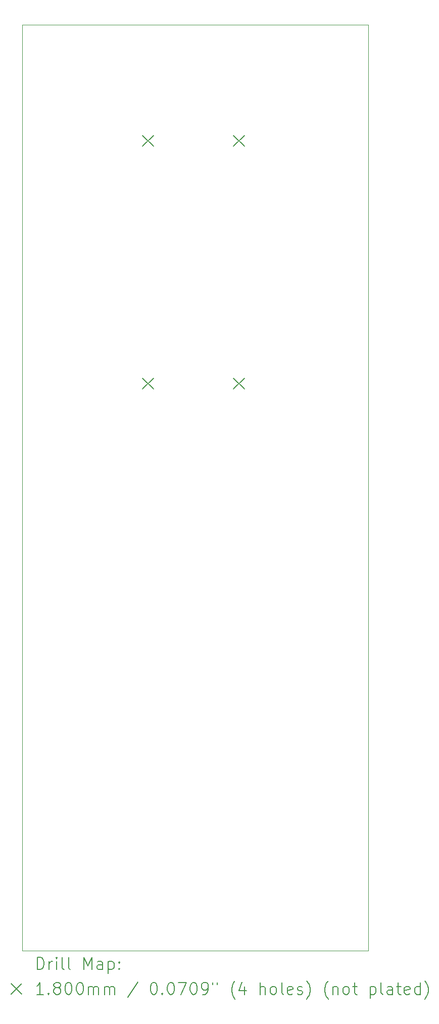
<source format=gbr>
%TF.GenerationSoftware,KiCad,Pcbnew,7.0.10-7.0.10~ubuntu22.04.1*%
%TF.CreationDate,2024-02-26T11:43:45-05:00*%
%TF.ProjectId,CapController,43617043-6f6e-4747-926f-6c6c65722e6b,rev?*%
%TF.SameCoordinates,Original*%
%TF.FileFunction,Drillmap*%
%TF.FilePolarity,Positive*%
%FSLAX45Y45*%
G04 Gerber Fmt 4.5, Leading zero omitted, Abs format (unit mm)*
G04 Created by KiCad (PCBNEW 7.0.10-7.0.10~ubuntu22.04.1) date 2024-02-26 11:43:45*
%MOMM*%
%LPD*%
G01*
G04 APERTURE LIST*
%ADD10C,0.100000*%
%ADD11C,0.200000*%
%ADD12C,0.180000*%
G04 APERTURE END LIST*
D10*
X9724045Y-1825320D02*
X15524045Y-1825320D01*
X15524045Y-17325320D01*
X9724045Y-17325320D01*
X9724045Y-1825320D01*
D11*
D12*
X11746045Y-3676320D02*
X11926045Y-3856320D01*
X11926045Y-3676320D02*
X11746045Y-3856320D01*
X11746045Y-7740320D02*
X11926045Y-7920320D01*
X11926045Y-7740320D02*
X11746045Y-7920320D01*
X13270045Y-3676320D02*
X13450045Y-3856320D01*
X13450045Y-3676320D02*
X13270045Y-3856320D01*
X13270045Y-7740320D02*
X13450045Y-7920320D01*
X13450045Y-7740320D02*
X13270045Y-7920320D01*
D11*
X9979822Y-17641804D02*
X9979822Y-17441804D01*
X9979822Y-17441804D02*
X10027441Y-17441804D01*
X10027441Y-17441804D02*
X10056012Y-17451327D01*
X10056012Y-17451327D02*
X10075060Y-17470375D01*
X10075060Y-17470375D02*
X10084584Y-17489423D01*
X10084584Y-17489423D02*
X10094107Y-17527518D01*
X10094107Y-17527518D02*
X10094107Y-17556089D01*
X10094107Y-17556089D02*
X10084584Y-17594185D01*
X10084584Y-17594185D02*
X10075060Y-17613232D01*
X10075060Y-17613232D02*
X10056012Y-17632280D01*
X10056012Y-17632280D02*
X10027441Y-17641804D01*
X10027441Y-17641804D02*
X9979822Y-17641804D01*
X10179822Y-17641804D02*
X10179822Y-17508470D01*
X10179822Y-17546566D02*
X10189346Y-17527518D01*
X10189346Y-17527518D02*
X10198869Y-17517994D01*
X10198869Y-17517994D02*
X10217917Y-17508470D01*
X10217917Y-17508470D02*
X10236965Y-17508470D01*
X10303631Y-17641804D02*
X10303631Y-17508470D01*
X10303631Y-17441804D02*
X10294107Y-17451327D01*
X10294107Y-17451327D02*
X10303631Y-17460851D01*
X10303631Y-17460851D02*
X10313155Y-17451327D01*
X10313155Y-17451327D02*
X10303631Y-17441804D01*
X10303631Y-17441804D02*
X10303631Y-17460851D01*
X10427441Y-17641804D02*
X10408393Y-17632280D01*
X10408393Y-17632280D02*
X10398869Y-17613232D01*
X10398869Y-17613232D02*
X10398869Y-17441804D01*
X10532203Y-17641804D02*
X10513155Y-17632280D01*
X10513155Y-17632280D02*
X10503631Y-17613232D01*
X10503631Y-17613232D02*
X10503631Y-17441804D01*
X10760774Y-17641804D02*
X10760774Y-17441804D01*
X10760774Y-17441804D02*
X10827441Y-17584661D01*
X10827441Y-17584661D02*
X10894107Y-17441804D01*
X10894107Y-17441804D02*
X10894107Y-17641804D01*
X11075060Y-17641804D02*
X11075060Y-17537042D01*
X11075060Y-17537042D02*
X11065536Y-17517994D01*
X11065536Y-17517994D02*
X11046488Y-17508470D01*
X11046488Y-17508470D02*
X11008393Y-17508470D01*
X11008393Y-17508470D02*
X10989346Y-17517994D01*
X11075060Y-17632280D02*
X11056012Y-17641804D01*
X11056012Y-17641804D02*
X11008393Y-17641804D01*
X11008393Y-17641804D02*
X10989346Y-17632280D01*
X10989346Y-17632280D02*
X10979822Y-17613232D01*
X10979822Y-17613232D02*
X10979822Y-17594185D01*
X10979822Y-17594185D02*
X10989346Y-17575137D01*
X10989346Y-17575137D02*
X11008393Y-17565613D01*
X11008393Y-17565613D02*
X11056012Y-17565613D01*
X11056012Y-17565613D02*
X11075060Y-17556089D01*
X11170298Y-17508470D02*
X11170298Y-17708470D01*
X11170298Y-17517994D02*
X11189345Y-17508470D01*
X11189345Y-17508470D02*
X11227441Y-17508470D01*
X11227441Y-17508470D02*
X11246488Y-17517994D01*
X11246488Y-17517994D02*
X11256012Y-17527518D01*
X11256012Y-17527518D02*
X11265536Y-17546566D01*
X11265536Y-17546566D02*
X11265536Y-17603708D01*
X11265536Y-17603708D02*
X11256012Y-17622756D01*
X11256012Y-17622756D02*
X11246488Y-17632280D01*
X11246488Y-17632280D02*
X11227441Y-17641804D01*
X11227441Y-17641804D02*
X11189345Y-17641804D01*
X11189345Y-17641804D02*
X11170298Y-17632280D01*
X11351250Y-17622756D02*
X11360774Y-17632280D01*
X11360774Y-17632280D02*
X11351250Y-17641804D01*
X11351250Y-17641804D02*
X11341726Y-17632280D01*
X11341726Y-17632280D02*
X11351250Y-17622756D01*
X11351250Y-17622756D02*
X11351250Y-17641804D01*
X11351250Y-17517994D02*
X11360774Y-17527518D01*
X11360774Y-17527518D02*
X11351250Y-17537042D01*
X11351250Y-17537042D02*
X11341726Y-17527518D01*
X11341726Y-17527518D02*
X11351250Y-17517994D01*
X11351250Y-17517994D02*
X11351250Y-17537042D01*
D12*
X9539045Y-17880320D02*
X9719045Y-18060320D01*
X9719045Y-17880320D02*
X9539045Y-18060320D01*
D11*
X10084584Y-18061804D02*
X9970298Y-18061804D01*
X10027441Y-18061804D02*
X10027441Y-17861804D01*
X10027441Y-17861804D02*
X10008393Y-17890375D01*
X10008393Y-17890375D02*
X9989346Y-17909423D01*
X9989346Y-17909423D02*
X9970298Y-17918946D01*
X10170298Y-18042756D02*
X10179822Y-18052280D01*
X10179822Y-18052280D02*
X10170298Y-18061804D01*
X10170298Y-18061804D02*
X10160774Y-18052280D01*
X10160774Y-18052280D02*
X10170298Y-18042756D01*
X10170298Y-18042756D02*
X10170298Y-18061804D01*
X10294107Y-17947518D02*
X10275060Y-17937994D01*
X10275060Y-17937994D02*
X10265536Y-17928470D01*
X10265536Y-17928470D02*
X10256012Y-17909423D01*
X10256012Y-17909423D02*
X10256012Y-17899899D01*
X10256012Y-17899899D02*
X10265536Y-17880851D01*
X10265536Y-17880851D02*
X10275060Y-17871327D01*
X10275060Y-17871327D02*
X10294107Y-17861804D01*
X10294107Y-17861804D02*
X10332203Y-17861804D01*
X10332203Y-17861804D02*
X10351250Y-17871327D01*
X10351250Y-17871327D02*
X10360774Y-17880851D01*
X10360774Y-17880851D02*
X10370298Y-17899899D01*
X10370298Y-17899899D02*
X10370298Y-17909423D01*
X10370298Y-17909423D02*
X10360774Y-17928470D01*
X10360774Y-17928470D02*
X10351250Y-17937994D01*
X10351250Y-17937994D02*
X10332203Y-17947518D01*
X10332203Y-17947518D02*
X10294107Y-17947518D01*
X10294107Y-17947518D02*
X10275060Y-17957042D01*
X10275060Y-17957042D02*
X10265536Y-17966566D01*
X10265536Y-17966566D02*
X10256012Y-17985613D01*
X10256012Y-17985613D02*
X10256012Y-18023708D01*
X10256012Y-18023708D02*
X10265536Y-18042756D01*
X10265536Y-18042756D02*
X10275060Y-18052280D01*
X10275060Y-18052280D02*
X10294107Y-18061804D01*
X10294107Y-18061804D02*
X10332203Y-18061804D01*
X10332203Y-18061804D02*
X10351250Y-18052280D01*
X10351250Y-18052280D02*
X10360774Y-18042756D01*
X10360774Y-18042756D02*
X10370298Y-18023708D01*
X10370298Y-18023708D02*
X10370298Y-17985613D01*
X10370298Y-17985613D02*
X10360774Y-17966566D01*
X10360774Y-17966566D02*
X10351250Y-17957042D01*
X10351250Y-17957042D02*
X10332203Y-17947518D01*
X10494107Y-17861804D02*
X10513155Y-17861804D01*
X10513155Y-17861804D02*
X10532203Y-17871327D01*
X10532203Y-17871327D02*
X10541727Y-17880851D01*
X10541727Y-17880851D02*
X10551250Y-17899899D01*
X10551250Y-17899899D02*
X10560774Y-17937994D01*
X10560774Y-17937994D02*
X10560774Y-17985613D01*
X10560774Y-17985613D02*
X10551250Y-18023708D01*
X10551250Y-18023708D02*
X10541727Y-18042756D01*
X10541727Y-18042756D02*
X10532203Y-18052280D01*
X10532203Y-18052280D02*
X10513155Y-18061804D01*
X10513155Y-18061804D02*
X10494107Y-18061804D01*
X10494107Y-18061804D02*
X10475060Y-18052280D01*
X10475060Y-18052280D02*
X10465536Y-18042756D01*
X10465536Y-18042756D02*
X10456012Y-18023708D01*
X10456012Y-18023708D02*
X10446488Y-17985613D01*
X10446488Y-17985613D02*
X10446488Y-17937994D01*
X10446488Y-17937994D02*
X10456012Y-17899899D01*
X10456012Y-17899899D02*
X10465536Y-17880851D01*
X10465536Y-17880851D02*
X10475060Y-17871327D01*
X10475060Y-17871327D02*
X10494107Y-17861804D01*
X10684584Y-17861804D02*
X10703631Y-17861804D01*
X10703631Y-17861804D02*
X10722679Y-17871327D01*
X10722679Y-17871327D02*
X10732203Y-17880851D01*
X10732203Y-17880851D02*
X10741727Y-17899899D01*
X10741727Y-17899899D02*
X10751250Y-17937994D01*
X10751250Y-17937994D02*
X10751250Y-17985613D01*
X10751250Y-17985613D02*
X10741727Y-18023708D01*
X10741727Y-18023708D02*
X10732203Y-18042756D01*
X10732203Y-18042756D02*
X10722679Y-18052280D01*
X10722679Y-18052280D02*
X10703631Y-18061804D01*
X10703631Y-18061804D02*
X10684584Y-18061804D01*
X10684584Y-18061804D02*
X10665536Y-18052280D01*
X10665536Y-18052280D02*
X10656012Y-18042756D01*
X10656012Y-18042756D02*
X10646488Y-18023708D01*
X10646488Y-18023708D02*
X10636965Y-17985613D01*
X10636965Y-17985613D02*
X10636965Y-17937994D01*
X10636965Y-17937994D02*
X10646488Y-17899899D01*
X10646488Y-17899899D02*
X10656012Y-17880851D01*
X10656012Y-17880851D02*
X10665536Y-17871327D01*
X10665536Y-17871327D02*
X10684584Y-17861804D01*
X10836965Y-18061804D02*
X10836965Y-17928470D01*
X10836965Y-17947518D02*
X10846488Y-17937994D01*
X10846488Y-17937994D02*
X10865536Y-17928470D01*
X10865536Y-17928470D02*
X10894108Y-17928470D01*
X10894108Y-17928470D02*
X10913155Y-17937994D01*
X10913155Y-17937994D02*
X10922679Y-17957042D01*
X10922679Y-17957042D02*
X10922679Y-18061804D01*
X10922679Y-17957042D02*
X10932203Y-17937994D01*
X10932203Y-17937994D02*
X10951250Y-17928470D01*
X10951250Y-17928470D02*
X10979822Y-17928470D01*
X10979822Y-17928470D02*
X10998869Y-17937994D01*
X10998869Y-17937994D02*
X11008393Y-17957042D01*
X11008393Y-17957042D02*
X11008393Y-18061804D01*
X11103631Y-18061804D02*
X11103631Y-17928470D01*
X11103631Y-17947518D02*
X11113155Y-17937994D01*
X11113155Y-17937994D02*
X11132203Y-17928470D01*
X11132203Y-17928470D02*
X11160774Y-17928470D01*
X11160774Y-17928470D02*
X11179822Y-17937994D01*
X11179822Y-17937994D02*
X11189346Y-17957042D01*
X11189346Y-17957042D02*
X11189346Y-18061804D01*
X11189346Y-17957042D02*
X11198869Y-17937994D01*
X11198869Y-17937994D02*
X11217917Y-17928470D01*
X11217917Y-17928470D02*
X11246488Y-17928470D01*
X11246488Y-17928470D02*
X11265536Y-17937994D01*
X11265536Y-17937994D02*
X11275060Y-17957042D01*
X11275060Y-17957042D02*
X11275060Y-18061804D01*
X11665536Y-17852280D02*
X11494108Y-18109423D01*
X11922679Y-17861804D02*
X11941727Y-17861804D01*
X11941727Y-17861804D02*
X11960774Y-17871327D01*
X11960774Y-17871327D02*
X11970298Y-17880851D01*
X11970298Y-17880851D02*
X11979822Y-17899899D01*
X11979822Y-17899899D02*
X11989346Y-17937994D01*
X11989346Y-17937994D02*
X11989346Y-17985613D01*
X11989346Y-17985613D02*
X11979822Y-18023708D01*
X11979822Y-18023708D02*
X11970298Y-18042756D01*
X11970298Y-18042756D02*
X11960774Y-18052280D01*
X11960774Y-18052280D02*
X11941727Y-18061804D01*
X11941727Y-18061804D02*
X11922679Y-18061804D01*
X11922679Y-18061804D02*
X11903631Y-18052280D01*
X11903631Y-18052280D02*
X11894108Y-18042756D01*
X11894108Y-18042756D02*
X11884584Y-18023708D01*
X11884584Y-18023708D02*
X11875060Y-17985613D01*
X11875060Y-17985613D02*
X11875060Y-17937994D01*
X11875060Y-17937994D02*
X11884584Y-17899899D01*
X11884584Y-17899899D02*
X11894108Y-17880851D01*
X11894108Y-17880851D02*
X11903631Y-17871327D01*
X11903631Y-17871327D02*
X11922679Y-17861804D01*
X12075060Y-18042756D02*
X12084584Y-18052280D01*
X12084584Y-18052280D02*
X12075060Y-18061804D01*
X12075060Y-18061804D02*
X12065536Y-18052280D01*
X12065536Y-18052280D02*
X12075060Y-18042756D01*
X12075060Y-18042756D02*
X12075060Y-18061804D01*
X12208393Y-17861804D02*
X12227441Y-17861804D01*
X12227441Y-17861804D02*
X12246489Y-17871327D01*
X12246489Y-17871327D02*
X12256012Y-17880851D01*
X12256012Y-17880851D02*
X12265536Y-17899899D01*
X12265536Y-17899899D02*
X12275060Y-17937994D01*
X12275060Y-17937994D02*
X12275060Y-17985613D01*
X12275060Y-17985613D02*
X12265536Y-18023708D01*
X12265536Y-18023708D02*
X12256012Y-18042756D01*
X12256012Y-18042756D02*
X12246489Y-18052280D01*
X12246489Y-18052280D02*
X12227441Y-18061804D01*
X12227441Y-18061804D02*
X12208393Y-18061804D01*
X12208393Y-18061804D02*
X12189346Y-18052280D01*
X12189346Y-18052280D02*
X12179822Y-18042756D01*
X12179822Y-18042756D02*
X12170298Y-18023708D01*
X12170298Y-18023708D02*
X12160774Y-17985613D01*
X12160774Y-17985613D02*
X12160774Y-17937994D01*
X12160774Y-17937994D02*
X12170298Y-17899899D01*
X12170298Y-17899899D02*
X12179822Y-17880851D01*
X12179822Y-17880851D02*
X12189346Y-17871327D01*
X12189346Y-17871327D02*
X12208393Y-17861804D01*
X12341727Y-17861804D02*
X12475060Y-17861804D01*
X12475060Y-17861804D02*
X12389346Y-18061804D01*
X12589346Y-17861804D02*
X12608393Y-17861804D01*
X12608393Y-17861804D02*
X12627441Y-17871327D01*
X12627441Y-17871327D02*
X12636965Y-17880851D01*
X12636965Y-17880851D02*
X12646489Y-17899899D01*
X12646489Y-17899899D02*
X12656012Y-17937994D01*
X12656012Y-17937994D02*
X12656012Y-17985613D01*
X12656012Y-17985613D02*
X12646489Y-18023708D01*
X12646489Y-18023708D02*
X12636965Y-18042756D01*
X12636965Y-18042756D02*
X12627441Y-18052280D01*
X12627441Y-18052280D02*
X12608393Y-18061804D01*
X12608393Y-18061804D02*
X12589346Y-18061804D01*
X12589346Y-18061804D02*
X12570298Y-18052280D01*
X12570298Y-18052280D02*
X12560774Y-18042756D01*
X12560774Y-18042756D02*
X12551250Y-18023708D01*
X12551250Y-18023708D02*
X12541727Y-17985613D01*
X12541727Y-17985613D02*
X12541727Y-17937994D01*
X12541727Y-17937994D02*
X12551250Y-17899899D01*
X12551250Y-17899899D02*
X12560774Y-17880851D01*
X12560774Y-17880851D02*
X12570298Y-17871327D01*
X12570298Y-17871327D02*
X12589346Y-17861804D01*
X12751250Y-18061804D02*
X12789346Y-18061804D01*
X12789346Y-18061804D02*
X12808393Y-18052280D01*
X12808393Y-18052280D02*
X12817917Y-18042756D01*
X12817917Y-18042756D02*
X12836965Y-18014185D01*
X12836965Y-18014185D02*
X12846489Y-17976089D01*
X12846489Y-17976089D02*
X12846489Y-17899899D01*
X12846489Y-17899899D02*
X12836965Y-17880851D01*
X12836965Y-17880851D02*
X12827441Y-17871327D01*
X12827441Y-17871327D02*
X12808393Y-17861804D01*
X12808393Y-17861804D02*
X12770298Y-17861804D01*
X12770298Y-17861804D02*
X12751250Y-17871327D01*
X12751250Y-17871327D02*
X12741727Y-17880851D01*
X12741727Y-17880851D02*
X12732203Y-17899899D01*
X12732203Y-17899899D02*
X12732203Y-17947518D01*
X12732203Y-17947518D02*
X12741727Y-17966566D01*
X12741727Y-17966566D02*
X12751250Y-17976089D01*
X12751250Y-17976089D02*
X12770298Y-17985613D01*
X12770298Y-17985613D02*
X12808393Y-17985613D01*
X12808393Y-17985613D02*
X12827441Y-17976089D01*
X12827441Y-17976089D02*
X12836965Y-17966566D01*
X12836965Y-17966566D02*
X12846489Y-17947518D01*
X12922679Y-17861804D02*
X12922679Y-17899899D01*
X12998870Y-17861804D02*
X12998870Y-17899899D01*
X13294108Y-18137994D02*
X13284584Y-18128470D01*
X13284584Y-18128470D02*
X13265536Y-18099899D01*
X13265536Y-18099899D02*
X13256012Y-18080851D01*
X13256012Y-18080851D02*
X13246489Y-18052280D01*
X13246489Y-18052280D02*
X13236965Y-18004661D01*
X13236965Y-18004661D02*
X13236965Y-17966566D01*
X13236965Y-17966566D02*
X13246489Y-17918946D01*
X13246489Y-17918946D02*
X13256012Y-17890375D01*
X13256012Y-17890375D02*
X13265536Y-17871327D01*
X13265536Y-17871327D02*
X13284584Y-17842756D01*
X13284584Y-17842756D02*
X13294108Y-17833232D01*
X13456012Y-17928470D02*
X13456012Y-18061804D01*
X13408393Y-17852280D02*
X13360774Y-17995137D01*
X13360774Y-17995137D02*
X13484584Y-17995137D01*
X13713155Y-18061804D02*
X13713155Y-17861804D01*
X13798870Y-18061804D02*
X13798870Y-17957042D01*
X13798870Y-17957042D02*
X13789346Y-17937994D01*
X13789346Y-17937994D02*
X13770298Y-17928470D01*
X13770298Y-17928470D02*
X13741727Y-17928470D01*
X13741727Y-17928470D02*
X13722679Y-17937994D01*
X13722679Y-17937994D02*
X13713155Y-17947518D01*
X13922679Y-18061804D02*
X13903632Y-18052280D01*
X13903632Y-18052280D02*
X13894108Y-18042756D01*
X13894108Y-18042756D02*
X13884584Y-18023708D01*
X13884584Y-18023708D02*
X13884584Y-17966566D01*
X13884584Y-17966566D02*
X13894108Y-17947518D01*
X13894108Y-17947518D02*
X13903632Y-17937994D01*
X13903632Y-17937994D02*
X13922679Y-17928470D01*
X13922679Y-17928470D02*
X13951251Y-17928470D01*
X13951251Y-17928470D02*
X13970298Y-17937994D01*
X13970298Y-17937994D02*
X13979822Y-17947518D01*
X13979822Y-17947518D02*
X13989346Y-17966566D01*
X13989346Y-17966566D02*
X13989346Y-18023708D01*
X13989346Y-18023708D02*
X13979822Y-18042756D01*
X13979822Y-18042756D02*
X13970298Y-18052280D01*
X13970298Y-18052280D02*
X13951251Y-18061804D01*
X13951251Y-18061804D02*
X13922679Y-18061804D01*
X14103632Y-18061804D02*
X14084584Y-18052280D01*
X14084584Y-18052280D02*
X14075060Y-18033232D01*
X14075060Y-18033232D02*
X14075060Y-17861804D01*
X14256013Y-18052280D02*
X14236965Y-18061804D01*
X14236965Y-18061804D02*
X14198870Y-18061804D01*
X14198870Y-18061804D02*
X14179822Y-18052280D01*
X14179822Y-18052280D02*
X14170298Y-18033232D01*
X14170298Y-18033232D02*
X14170298Y-17957042D01*
X14170298Y-17957042D02*
X14179822Y-17937994D01*
X14179822Y-17937994D02*
X14198870Y-17928470D01*
X14198870Y-17928470D02*
X14236965Y-17928470D01*
X14236965Y-17928470D02*
X14256013Y-17937994D01*
X14256013Y-17937994D02*
X14265536Y-17957042D01*
X14265536Y-17957042D02*
X14265536Y-17976089D01*
X14265536Y-17976089D02*
X14170298Y-17995137D01*
X14341727Y-18052280D02*
X14360774Y-18061804D01*
X14360774Y-18061804D02*
X14398870Y-18061804D01*
X14398870Y-18061804D02*
X14417917Y-18052280D01*
X14417917Y-18052280D02*
X14427441Y-18033232D01*
X14427441Y-18033232D02*
X14427441Y-18023708D01*
X14427441Y-18023708D02*
X14417917Y-18004661D01*
X14417917Y-18004661D02*
X14398870Y-17995137D01*
X14398870Y-17995137D02*
X14370298Y-17995137D01*
X14370298Y-17995137D02*
X14351251Y-17985613D01*
X14351251Y-17985613D02*
X14341727Y-17966566D01*
X14341727Y-17966566D02*
X14341727Y-17957042D01*
X14341727Y-17957042D02*
X14351251Y-17937994D01*
X14351251Y-17937994D02*
X14370298Y-17928470D01*
X14370298Y-17928470D02*
X14398870Y-17928470D01*
X14398870Y-17928470D02*
X14417917Y-17937994D01*
X14494108Y-18137994D02*
X14503632Y-18128470D01*
X14503632Y-18128470D02*
X14522679Y-18099899D01*
X14522679Y-18099899D02*
X14532203Y-18080851D01*
X14532203Y-18080851D02*
X14541727Y-18052280D01*
X14541727Y-18052280D02*
X14551251Y-18004661D01*
X14551251Y-18004661D02*
X14551251Y-17966566D01*
X14551251Y-17966566D02*
X14541727Y-17918946D01*
X14541727Y-17918946D02*
X14532203Y-17890375D01*
X14532203Y-17890375D02*
X14522679Y-17871327D01*
X14522679Y-17871327D02*
X14503632Y-17842756D01*
X14503632Y-17842756D02*
X14494108Y-17833232D01*
X14856013Y-18137994D02*
X14846489Y-18128470D01*
X14846489Y-18128470D02*
X14827441Y-18099899D01*
X14827441Y-18099899D02*
X14817917Y-18080851D01*
X14817917Y-18080851D02*
X14808394Y-18052280D01*
X14808394Y-18052280D02*
X14798870Y-18004661D01*
X14798870Y-18004661D02*
X14798870Y-17966566D01*
X14798870Y-17966566D02*
X14808394Y-17918946D01*
X14808394Y-17918946D02*
X14817917Y-17890375D01*
X14817917Y-17890375D02*
X14827441Y-17871327D01*
X14827441Y-17871327D02*
X14846489Y-17842756D01*
X14846489Y-17842756D02*
X14856013Y-17833232D01*
X14932203Y-17928470D02*
X14932203Y-18061804D01*
X14932203Y-17947518D02*
X14941727Y-17937994D01*
X14941727Y-17937994D02*
X14960774Y-17928470D01*
X14960774Y-17928470D02*
X14989346Y-17928470D01*
X14989346Y-17928470D02*
X15008394Y-17937994D01*
X15008394Y-17937994D02*
X15017917Y-17957042D01*
X15017917Y-17957042D02*
X15017917Y-18061804D01*
X15141727Y-18061804D02*
X15122679Y-18052280D01*
X15122679Y-18052280D02*
X15113155Y-18042756D01*
X15113155Y-18042756D02*
X15103632Y-18023708D01*
X15103632Y-18023708D02*
X15103632Y-17966566D01*
X15103632Y-17966566D02*
X15113155Y-17947518D01*
X15113155Y-17947518D02*
X15122679Y-17937994D01*
X15122679Y-17937994D02*
X15141727Y-17928470D01*
X15141727Y-17928470D02*
X15170298Y-17928470D01*
X15170298Y-17928470D02*
X15189346Y-17937994D01*
X15189346Y-17937994D02*
X15198870Y-17947518D01*
X15198870Y-17947518D02*
X15208394Y-17966566D01*
X15208394Y-17966566D02*
X15208394Y-18023708D01*
X15208394Y-18023708D02*
X15198870Y-18042756D01*
X15198870Y-18042756D02*
X15189346Y-18052280D01*
X15189346Y-18052280D02*
X15170298Y-18061804D01*
X15170298Y-18061804D02*
X15141727Y-18061804D01*
X15265536Y-17928470D02*
X15341727Y-17928470D01*
X15294108Y-17861804D02*
X15294108Y-18033232D01*
X15294108Y-18033232D02*
X15303632Y-18052280D01*
X15303632Y-18052280D02*
X15322679Y-18061804D01*
X15322679Y-18061804D02*
X15341727Y-18061804D01*
X15560775Y-17928470D02*
X15560775Y-18128470D01*
X15560775Y-17937994D02*
X15579822Y-17928470D01*
X15579822Y-17928470D02*
X15617917Y-17928470D01*
X15617917Y-17928470D02*
X15636965Y-17937994D01*
X15636965Y-17937994D02*
X15646489Y-17947518D01*
X15646489Y-17947518D02*
X15656013Y-17966566D01*
X15656013Y-17966566D02*
X15656013Y-18023708D01*
X15656013Y-18023708D02*
X15646489Y-18042756D01*
X15646489Y-18042756D02*
X15636965Y-18052280D01*
X15636965Y-18052280D02*
X15617917Y-18061804D01*
X15617917Y-18061804D02*
X15579822Y-18061804D01*
X15579822Y-18061804D02*
X15560775Y-18052280D01*
X15770298Y-18061804D02*
X15751251Y-18052280D01*
X15751251Y-18052280D02*
X15741727Y-18033232D01*
X15741727Y-18033232D02*
X15741727Y-17861804D01*
X15932203Y-18061804D02*
X15932203Y-17957042D01*
X15932203Y-17957042D02*
X15922679Y-17937994D01*
X15922679Y-17937994D02*
X15903632Y-17928470D01*
X15903632Y-17928470D02*
X15865536Y-17928470D01*
X15865536Y-17928470D02*
X15846489Y-17937994D01*
X15932203Y-18052280D02*
X15913156Y-18061804D01*
X15913156Y-18061804D02*
X15865536Y-18061804D01*
X15865536Y-18061804D02*
X15846489Y-18052280D01*
X15846489Y-18052280D02*
X15836965Y-18033232D01*
X15836965Y-18033232D02*
X15836965Y-18014185D01*
X15836965Y-18014185D02*
X15846489Y-17995137D01*
X15846489Y-17995137D02*
X15865536Y-17985613D01*
X15865536Y-17985613D02*
X15913156Y-17985613D01*
X15913156Y-17985613D02*
X15932203Y-17976089D01*
X15998870Y-17928470D02*
X16075060Y-17928470D01*
X16027441Y-17861804D02*
X16027441Y-18033232D01*
X16027441Y-18033232D02*
X16036965Y-18052280D01*
X16036965Y-18052280D02*
X16056013Y-18061804D01*
X16056013Y-18061804D02*
X16075060Y-18061804D01*
X16217917Y-18052280D02*
X16198870Y-18061804D01*
X16198870Y-18061804D02*
X16160775Y-18061804D01*
X16160775Y-18061804D02*
X16141727Y-18052280D01*
X16141727Y-18052280D02*
X16132203Y-18033232D01*
X16132203Y-18033232D02*
X16132203Y-17957042D01*
X16132203Y-17957042D02*
X16141727Y-17937994D01*
X16141727Y-17937994D02*
X16160775Y-17928470D01*
X16160775Y-17928470D02*
X16198870Y-17928470D01*
X16198870Y-17928470D02*
X16217917Y-17937994D01*
X16217917Y-17937994D02*
X16227441Y-17957042D01*
X16227441Y-17957042D02*
X16227441Y-17976089D01*
X16227441Y-17976089D02*
X16132203Y-17995137D01*
X16398870Y-18061804D02*
X16398870Y-17861804D01*
X16398870Y-18052280D02*
X16379822Y-18061804D01*
X16379822Y-18061804D02*
X16341727Y-18061804D01*
X16341727Y-18061804D02*
X16322679Y-18052280D01*
X16322679Y-18052280D02*
X16313156Y-18042756D01*
X16313156Y-18042756D02*
X16303632Y-18023708D01*
X16303632Y-18023708D02*
X16303632Y-17966566D01*
X16303632Y-17966566D02*
X16313156Y-17947518D01*
X16313156Y-17947518D02*
X16322679Y-17937994D01*
X16322679Y-17937994D02*
X16341727Y-17928470D01*
X16341727Y-17928470D02*
X16379822Y-17928470D01*
X16379822Y-17928470D02*
X16398870Y-17937994D01*
X16475060Y-18137994D02*
X16484584Y-18128470D01*
X16484584Y-18128470D02*
X16503632Y-18099899D01*
X16503632Y-18099899D02*
X16513156Y-18080851D01*
X16513156Y-18080851D02*
X16522679Y-18052280D01*
X16522679Y-18052280D02*
X16532203Y-18004661D01*
X16532203Y-18004661D02*
X16532203Y-17966566D01*
X16532203Y-17966566D02*
X16522679Y-17918946D01*
X16522679Y-17918946D02*
X16513156Y-17890375D01*
X16513156Y-17890375D02*
X16503632Y-17871327D01*
X16503632Y-17871327D02*
X16484584Y-17842756D01*
X16484584Y-17842756D02*
X16475060Y-17833232D01*
M02*

</source>
